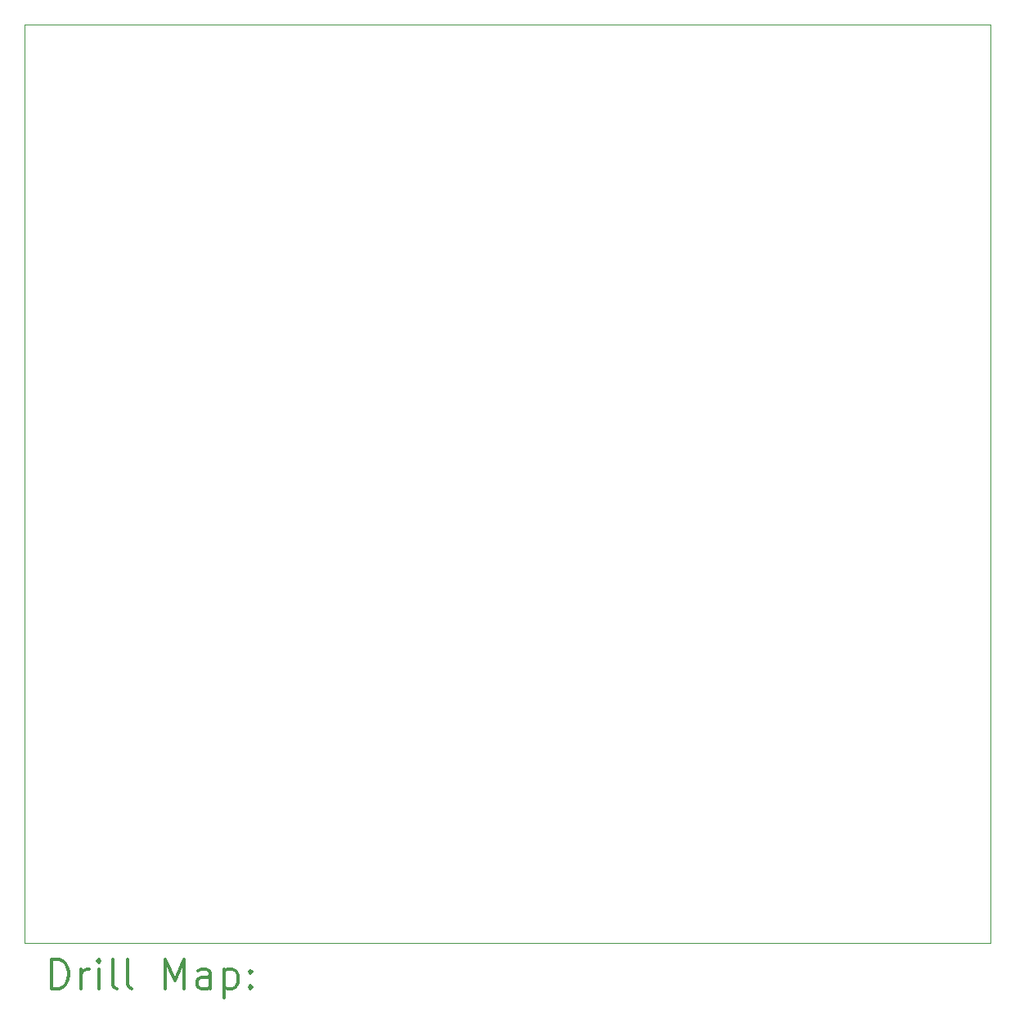
<source format=gbr>
%FSLAX45Y45*%
G04 Gerber Fmt 4.5, Leading zero omitted, Abs format (unit mm)*
G04 Created by KiCad (PCBNEW 5.1.5+dfsg1-2build2) date 2021-10-31 22:18:03*
%MOMM*%
%LPD*%
G04 APERTURE LIST*
%TA.AperFunction,Profile*%
%ADD10C,0.050000*%
%TD*%
%ADD11C,0.200000*%
%ADD12C,0.300000*%
G04 APERTURE END LIST*
D10*
X12500000Y-15000000D02*
X12500000Y-5500000D01*
X22500000Y-15000000D02*
X12500000Y-15000000D01*
X22500000Y-5500000D02*
X22500000Y-15000000D01*
X12500000Y-5500000D02*
X22500000Y-5500000D01*
D11*
D12*
X12783928Y-15468214D02*
X12783928Y-15168214D01*
X12855357Y-15168214D01*
X12898214Y-15182500D01*
X12926786Y-15211071D01*
X12941071Y-15239643D01*
X12955357Y-15296786D01*
X12955357Y-15339643D01*
X12941071Y-15396786D01*
X12926786Y-15425357D01*
X12898214Y-15453929D01*
X12855357Y-15468214D01*
X12783928Y-15468214D01*
X13083928Y-15468214D02*
X13083928Y-15268214D01*
X13083928Y-15325357D02*
X13098214Y-15296786D01*
X13112500Y-15282500D01*
X13141071Y-15268214D01*
X13169643Y-15268214D01*
X13269643Y-15468214D02*
X13269643Y-15268214D01*
X13269643Y-15168214D02*
X13255357Y-15182500D01*
X13269643Y-15196786D01*
X13283928Y-15182500D01*
X13269643Y-15168214D01*
X13269643Y-15196786D01*
X13455357Y-15468214D02*
X13426786Y-15453929D01*
X13412500Y-15425357D01*
X13412500Y-15168214D01*
X13612500Y-15468214D02*
X13583928Y-15453929D01*
X13569643Y-15425357D01*
X13569643Y-15168214D01*
X13955357Y-15468214D02*
X13955357Y-15168214D01*
X14055357Y-15382500D01*
X14155357Y-15168214D01*
X14155357Y-15468214D01*
X14426786Y-15468214D02*
X14426786Y-15311071D01*
X14412500Y-15282500D01*
X14383928Y-15268214D01*
X14326786Y-15268214D01*
X14298214Y-15282500D01*
X14426786Y-15453929D02*
X14398214Y-15468214D01*
X14326786Y-15468214D01*
X14298214Y-15453929D01*
X14283928Y-15425357D01*
X14283928Y-15396786D01*
X14298214Y-15368214D01*
X14326786Y-15353929D01*
X14398214Y-15353929D01*
X14426786Y-15339643D01*
X14569643Y-15268214D02*
X14569643Y-15568214D01*
X14569643Y-15282500D02*
X14598214Y-15268214D01*
X14655357Y-15268214D01*
X14683928Y-15282500D01*
X14698214Y-15296786D01*
X14712500Y-15325357D01*
X14712500Y-15411071D01*
X14698214Y-15439643D01*
X14683928Y-15453929D01*
X14655357Y-15468214D01*
X14598214Y-15468214D01*
X14569643Y-15453929D01*
X14841071Y-15439643D02*
X14855357Y-15453929D01*
X14841071Y-15468214D01*
X14826786Y-15453929D01*
X14841071Y-15439643D01*
X14841071Y-15468214D01*
X14841071Y-15282500D02*
X14855357Y-15296786D01*
X14841071Y-15311071D01*
X14826786Y-15296786D01*
X14841071Y-15282500D01*
X14841071Y-15311071D01*
M02*

</source>
